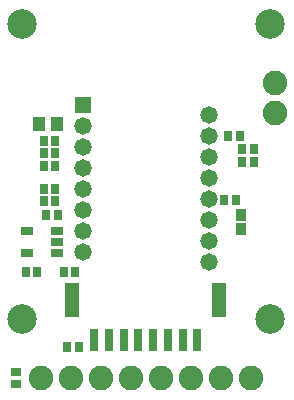
<source format=gbr>
G04 EAGLE Gerber RS-274X export*
G75*
%MOMM*%
%FSLAX34Y34*%
%LPD*%
%INSoldermask Top*%
%IPPOS*%
%AMOC8*
5,1,8,0,0,1.08239X$1,22.5*%
G01*
G04 Define Apertures*
%ADD10C,2.503200*%
%ADD11R,1.124100X1.173400*%
%ADD12R,0.763200X0.832300*%
%ADD13C,2.082800*%
%ADD14R,0.803200X0.903200*%
%ADD15R,1.473200X1.473200*%
%ADD16C,1.473200*%
%ADD17R,1.003300X0.660400*%
%ADD18R,0.803200X1.903200*%
%ADD19R,1.203200X3.003200*%
%ADD20R,0.943200X1.128200*%
%ADD21R,0.903200X0.803200*%
D10*
X-105000Y-125000D03*
X105000Y-125000D03*
X105000Y125000D03*
X-105000Y125000D03*
D11*
X-74884Y40560D03*
X-90376Y40560D03*
D12*
X-76784Y26050D03*
X-86476Y26050D03*
X-76784Y-25210D03*
X-86476Y-25210D03*
X-76784Y-14780D03*
X-86476Y-14780D03*
X-69616Y-84918D03*
X-59924Y-84918D03*
X-91768Y-84818D03*
X-101460Y-84818D03*
X-76784Y4920D03*
X-86476Y4920D03*
X-76784Y15350D03*
X-86476Y15350D03*
D13*
X-88900Y-175000D03*
X-63500Y-175000D03*
X-38100Y-175000D03*
X-12700Y-175000D03*
X12700Y-175000D03*
X38100Y-175000D03*
X63500Y-175000D03*
X88900Y-175000D03*
D14*
X-84286Y-37028D03*
X-74286Y-37028D03*
D15*
X-53594Y56642D03*
D16*
X-53594Y38842D03*
X-53594Y21042D03*
X-53594Y3242D03*
X-53594Y-14558D03*
X-53594Y-32358D03*
X-53594Y-50158D03*
X-53594Y-67958D03*
X53340Y47752D03*
X53340Y29952D03*
X53340Y12152D03*
X53340Y-5648D03*
X53340Y-23448D03*
X53340Y-41248D03*
X53340Y-59048D03*
X53340Y-76848D03*
D17*
X-75170Y-69346D03*
X-75170Y-59846D03*
X-75170Y-50346D03*
X-100696Y-50346D03*
X-100696Y-69346D03*
D14*
X69470Y30346D03*
X79470Y30346D03*
X-66374Y-148500D03*
X-56374Y-148500D03*
D12*
X81624Y7780D03*
X91316Y7780D03*
X81600Y19322D03*
X91292Y19322D03*
D14*
X66021Y-24177D03*
X76021Y-24177D03*
D18*
X6250Y-142656D03*
X18750Y-142656D03*
X31250Y-142656D03*
X43750Y-142656D03*
X-6250Y-142656D03*
X-18750Y-142656D03*
X-31250Y-142656D03*
X-43750Y-142656D03*
D19*
X62250Y-109156D03*
X-62250Y-109156D03*
D13*
X109602Y74768D03*
X109602Y49368D03*
D20*
X80245Y-37000D03*
X80245Y-49000D03*
D21*
X-110000Y-180000D03*
X-110000Y-170000D03*
M02*

</source>
